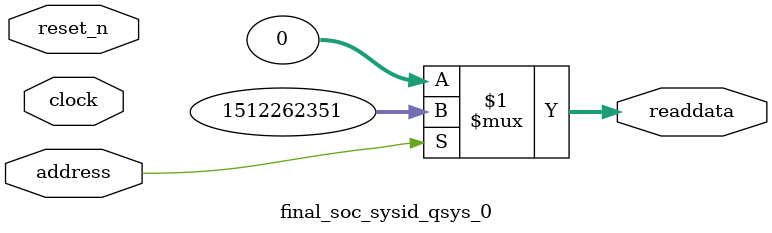
<source format=v>

`timescale 1ns / 1ps
// synthesis translate_on

// turn off superfluous verilog processor warnings 
// altera message_level Level1 
// altera message_off 10034 10035 10036 10037 10230 10240 10030 

module final_soc_sysid_qsys_0 (
               // inputs:
                address,
                clock,
                reset_n,

               // outputs:
                readdata
             )
;

  output  [ 31: 0] readdata;
  input            address;
  input            clock;
  input            reset_n;

  wire    [ 31: 0] readdata;
  //control_slave, which is an e_avalon_slave
  assign readdata = address ? 1512262351 : 0;

endmodule




</source>
